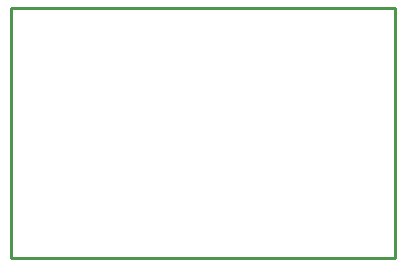
<source format=gm1>
G04*
G04 #@! TF.GenerationSoftware,Altium Limited,Altium Designer,24.3.1 (35)*
G04*
G04 Layer_Color=16711935*
%FSLAX44Y44*%
%MOMM*%
G71*
G04*
G04 #@! TF.SameCoordinates,D9C964B4-26AD-435A-8A32-BF43BC4377D0*
G04*
G04*
G04 #@! TF.FilePolarity,Positive*
G04*
G01*
G75*
%ADD36C,0.2540*%
D36*
X306070Y466090D02*
X631190D01*
Y254000D02*
Y466090D01*
X306070Y254000D02*
X631190D01*
X306070D02*
Y466090D01*
M02*

</source>
